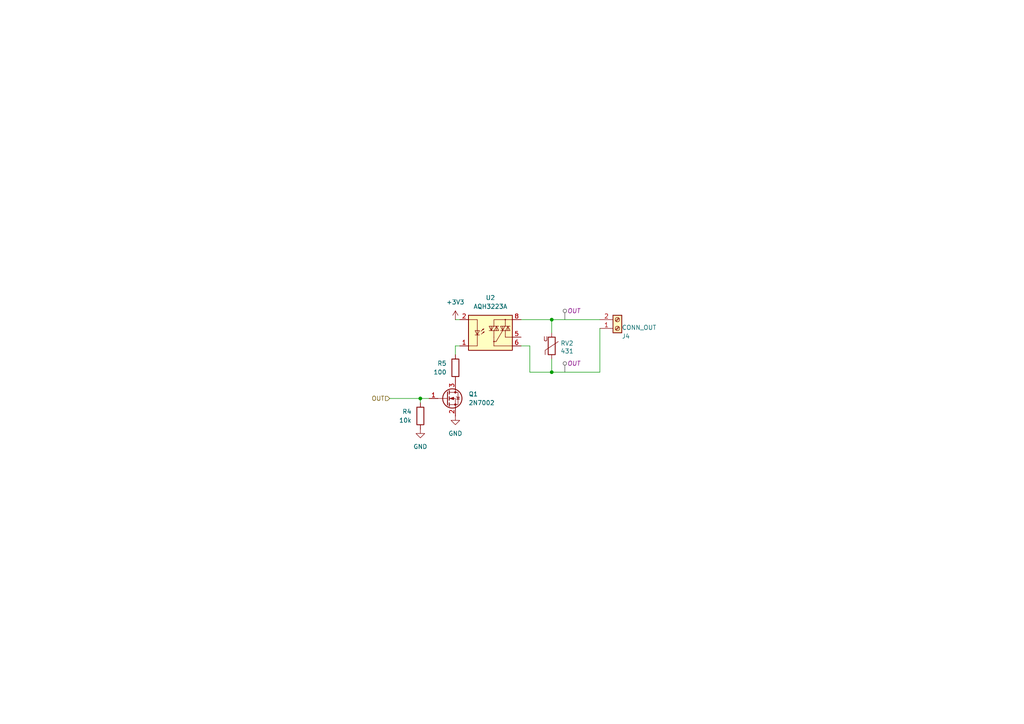
<source format=kicad_sch>
(kicad_sch (version 20231120) (generator "eeschema") (generator_version "8.0")
  (paper "A4")
  (title_block (title "ZigShutter") (date "2024-05-19") (company "Nicola Corna <nicola@corna.info>") (comment 1 "Licensed under CERN-OHL-S v2 or any later version"))
  (lib_symbols
    (symbol "Connector:Screw_Terminal_01x02" (pin_names (offset 1.016) hide)
      (property "Reference" "J" (at 0 2.54 0))
      (property "Value" "Screw_Terminal_01x02" (at 0 -5.08 0))
      (symbol "Screw_Terminal_01x02_1_1"
        (rectangle (start -1.27 1.27) (end 1.27 -3.81) (stroke (width 0.254)) (fill (type background)))
        (circle (center 0 -2.54) (radius 0.635) (stroke (width 0.1524)))
        (polyline (pts (xy -0.5334 -2.2098) (xy 0.3302 -3.048)) (stroke (width 0.1524)))
        (polyline (pts (xy -0.5334 0.3302) (xy 0.3302 -0.508)) (stroke (width 0.1524)))
        (polyline (pts (xy -0.3556 -2.032) (xy 0.508 -2.8702)) (stroke (width 0.1524)))
        (polyline (pts (xy -0.3556 0.508) (xy 0.508 -0.3302)) (stroke (width 0.1524)))
        (circle (center 0 0) (radius 0.635) (stroke (width 0.1524)))
        (pin passive line (at -5.08 0 0) (length 3.81) (name "Pin_1") (number "1"))
        (pin passive line (at -5.08 -2.54 0) (length 3.81) (name "Pin_2") (number "2"))
      )
    )
    (symbol "Device:R" (pin_numbers hide) (pin_names (offset 0))
      (property "Reference" "R" (at 2.032 0 90))
      (property "Value" "R" (at 0 0 90))
      (symbol "R_0_1"
        (rectangle (start -1.016 -2.54) (end 1.016 2.54) (stroke (width 0.254)))
      )
      (symbol "R_1_1"
        (pin passive line (at 0 3.81 270) (length 1.27) (name "~") (number "1"))
        (pin passive line (at 0 -3.81 90) (length 1.27) (name "~") (number "2"))
      )
    )
    (symbol "Device:Varistor" (pin_numbers hide) (pin_names (offset 0))
      (property "Reference" "RV" (at 3.175 0 90))
      (property "Value" "Varistor" (at -3.175 0 90))
      (symbol "Varistor_0_0"
        (text "U" (at -1.778 -2.032 0) (effects (font (size 1.27 1.27))))
      )
      (symbol "Varistor_0_1"
        (rectangle (start -1.016 -2.54) (end 1.016 2.54) (stroke (width 0.254)))
        (polyline (pts (xy -1.905 2.54) (xy -1.905 1.27) (xy 1.905 -1.27)))
      )
      (symbol "Varistor_1_1"
        (pin passive line (at 0 3.81 270) (length 1.27) (name "~") (number "1"))
        (pin passive line (at 0 -3.81 90) (length 1.27) (name "~") (number "2"))
      )
    )
    (symbol "Relay_SolidState:AQH3223A"
      (property "Reference" "U" (at -5.08 5.08 0))
      (property "Value" "AQH3223A" (at 0 5.08 0))
      (symbol "AQH3223A_1_1"
        (rectangle (start -7.62 3.81) (end 5.08 -6.35) (stroke (width 0.254)) (fill (type background)))
        (circle (center -0.254 -3.81) (radius 0.127))
        (polyline (pts (xy -5.715 -1.905) (xy -4.445 -1.905)))
        (polyline (pts (xy -5.08 -5.08) (xy -7.62 -5.08)))
        (polyline (pts (xy -5.08 -1.905) (xy -5.08 -5.08)))
        (polyline (pts (xy -5.08 -0.635) (xy -5.08 -1.905)))
        (polyline (pts (xy -5.08 -0.635) (xy -5.08 2.54)))
        (polyline (pts (xy -5.08 2.54) (xy -7.493 2.54)))
        (polyline (pts (xy -3.3782 -0.2794) (xy -4.0132 -0.8128)))
        (polyline (pts (xy -3.2512 -1.1176) (xy -3.8862 -1.651)))
        (polyline (pts (xy -1.016 -0.635) (xy -1.016 0.635)))
        (polyline (pts (xy -0.254 -3.81) (xy 0.381 -3.81)))
        (polyline (pts (xy -0.254 -2.54) (xy -0.254 -5.08)))
        (polyline (pts (xy -0.254 -2.54) (xy -0.254 -0.635)))
        (polyline (pts (xy 0.381 -3.81) (xy 2.286 -0.635)))
        (polyline (pts (xy 0.508 0.635) (xy 0.508 -0.635)))
        (polyline (pts (xy 2.286 -0.635) (xy 2.286 0.635)))
        (polyline (pts (xy 3.048 -2.54) (xy 5.08 -2.54)))
        (polyline (pts (xy 3.048 -0.635) (xy 3.048 -2.54)))
        (polyline (pts (xy 3.048 2.54) (xy 3.048 0.635)))
        (polyline (pts (xy 3.81 0.635) (xy 3.81 -0.635)))
        (polyline (pts (xy 5.08 -5.08) (xy -0.254 -5.08)))
        (polyline (pts (xy 5.08 2.54) (xy 3.048 2.54)))
        (polyline (pts (xy 3.048 2.54) (xy -0.254 2.54) (xy -0.254 0.635)))
        (polyline (pts (xy -5.08 -1.905) (xy -5.715 -0.635) (xy -4.445 -0.635) (xy -5.08 -1.905)))
        (polyline (pts (xy -3.556 -0.254) (xy -3.3782 -0.4318) (xy -3.1496 -0.1016) (xy -3.556 -0.254)))
        (polyline (pts (xy -3.429 -1.0922) (xy -3.2512 -1.27) (xy -3.0226 -0.9398) (xy -3.429 -1.0922)))
        (polyline (pts (xy -1.651 -0.635) (xy 1.143 -0.635) (xy 0.508 0.635) (xy -0.127 -0.635)))
        (polyline (pts (xy 1.143 0.635) (xy -1.651 0.635) (xy -1.016 -0.635) (xy -0.381 0.635)))
        (polyline (pts (xy 1.651 -0.635) (xy 4.445 -0.635) (xy 3.81 0.635) (xy 3.175 -0.635)))
        (polyline (pts (xy 4.445 0.635) (xy 1.651 0.635) (xy 2.286 -0.635) (xy 2.921 0.635)))
        (circle (center 3.048 2.54) (radius 0.127))
        (pin passive line (at -10.16 -5.08 0) (length 2.54) (name "~") (number "1"))
        (pin passive line (at -10.16 2.54 0) (length 2.54) (name "~") (number "2"))
        (pin passive line (at -10.16 -5.08 0) (length 2.54) hide (name "~") (number "3"))
        (pin passive line (at -10.16 -5.08 0) (length 2.54) hide (name "~") (number "4"))
        (pin passive line (at 7.62 -2.54 180) (length 2.54) (name "~") (number "5"))
        (pin passive line (at 7.62 -5.08 180) (length 2.54) (name "~") (number "6"))
        (pin passive line (at 7.62 2.54 180) (length 2.54) (name "~") (number "8"))
      )
    )
    (symbol "Transistor_FET:2N7002" (pin_names hide)
      (property "Reference" "Q" (at 5.08 1.905 0))
      (property "Value" "2N7002" (at 5.08 0 0))
      (symbol "2N7002_0_1"
        (polyline (pts (xy 0.254 0) (xy -2.54 0)))
        (polyline (pts (xy 0.254 1.905) (xy 0.254 -1.905)) (stroke (width 0.254)))
        (polyline (pts (xy 0.762 -1.27) (xy 0.762 -2.286)) (stroke (width 0.254)))
        (polyline (pts (xy 0.762 0.508) (xy 0.762 -0.508)) (stroke (width 0.254)))
        (polyline (pts (xy 0.762 2.286) (xy 0.762 1.27)) (stroke (width 0.254)))
        (polyline (pts (xy 2.54 2.54) (xy 2.54 1.778)))
        (polyline (pts (xy 2.54 -2.54) (xy 2.54 0) (xy 0.762 0)))
        (polyline (pts (xy 0.762 -1.778) (xy 3.302 -1.778) (xy 3.302 1.778) (xy 0.762 1.778)))
        (polyline (pts (xy 1.016 0) (xy 2.032 0.381) (xy 2.032 -0.381) (xy 1.016 0)) (fill (type outline)))
        (polyline (pts (xy 2.794 0.508) (xy 2.921 0.381) (xy 3.683 0.381) (xy 3.81 0.254)))
        (polyline (pts (xy 3.302 0.381) (xy 2.921 -0.254) (xy 3.683 -0.254) (xy 3.302 0.381)))
        (circle (center 1.651 0) (radius 2.794) (stroke (width 0.254)))
        (circle (center 2.54 -1.778) (radius 0.254) (fill (type outline)))
        (circle (center 2.54 1.778) (radius 0.254) (fill (type outline)))
      )
      (symbol "2N7002_1_1"
        (pin input line (at -5.08 0 0) (length 2.54) (name "G") (number "1"))
        (pin passive line (at 2.54 -5.08 90) (length 2.54) (name "S") (number "2"))
        (pin passive line (at 2.54 5.08 270) (length 2.54) (name "D") (number "3"))
      )
    )
    (symbol "power:+3V3" (power) (pin_numbers hide) (pin_names (offset 0) hide)
      (property "Value" "+3V3" (at 0 3.556 0))
      (symbol "+3V3_0_1"
        (polyline (pts (xy -0.762 1.27) (xy 0 2.54)))
        (polyline (pts (xy 0 0) (xy 0 2.54)))
        (polyline (pts (xy 0 2.54) (xy 0.762 1.27)))
      )
      (symbol "+3V3_1_1"
        (pin power_in line (at 0 0 90) (length 0) (name "~") (number "1"))
      )
    )
    (symbol "power:GND" (power) (pin_numbers hide) (pin_names (offset 0) hide)
      (property "Value" "GND" (at 0 -3.81 0))
      (symbol "GND_0_1"
        (polyline (pts (xy 0 0) (xy 0 -1.27) (xy 1.27 -1.27) (xy 0 -2.54) (xy -1.27 -1.27) (xy 0 -1.27)))
      )
      (symbol "GND_1_1"
        (pin power_in line (at 0 0 270) (length 0) (name "~") (number "1"))
      )
    )
  )
  (junction (at 160.02 92.71))
  (junction (at 160.02 107.95))
  (junction (at 121.92 115.57))
  (wire (pts (xy 121.92 116.84) (xy 121.92 115.57)))
  (wire (pts (xy 132.08 102.87) (xy 132.08 100.33)))
  (wire (pts (xy 113.03 115.57) (xy 121.92 115.57)))
  (wire (pts (xy 151.13 92.71) (xy 160.02 92.71)))
  (wire (pts (xy 153.67 100.33) (xy 153.67 107.95)))
  (wire (pts (xy 132.08 100.33) (xy 133.35 100.33)))
  (wire (pts (xy 151.13 100.33) (xy 153.67 100.33)))
  (wire (pts (xy 160.02 96.52) (xy 160.02 92.71)))
  (wire (pts (xy 160.02 107.95) (xy 173.99 107.95)))
  (wire (pts (xy 173.99 107.95) (xy 173.99 95.25)))
  (wire (pts (xy 153.67 107.95) (xy 160.02 107.95)))
  (wire (pts (xy 160.02 92.71) (xy 173.99 92.71)))
  (wire (pts (xy 132.08 92.71) (xy 133.35 92.71)))
  (wire (pts (xy 160.02 104.14) (xy 160.02 107.95)))
  (wire (pts (xy 124.46 115.57) (xy 121.92 115.57)))
  (hierarchical_label "OUT" (shape input) (at 113.03 115.57 180))
  (netclass_flag "" (length 2.54) (shape round) (at 163.83 107.95 0) (property "Netclass" "OUT" (at 164.5285 105.41 0) (effects (font (italic yes)) (justify left))))
  (netclass_flag "" (length 2.54) (shape round) (at 163.83 92.71 0) (property "Netclass" "OUT" (at 164.5285 90.17 0) (effects (font (italic yes)) (justify left))))
  (symbol (lib_id "Device:R") (at 121.92 120.65 0) (mirror x) (unit 1)
    (property "Reference" "R4" (at 119.38 119.3799 0) (effects (justify right)))
    (property "Value" "10k" (at 119.38 121.9199 0) (effects (justify right)))
    (property "Footprint" "Resistor_SMD:R_0603_1608Metric" (effects (hide yes)))
    (property "Description" "Resistor" (effects (hide yes)))
    (instances (project "ZigShutter" (path "" (reference "R4") (unit 1)) (path "" (reference "R7") (unit 1))))
  )
  (symbol (lib_id "Connector:Screw_Terminal_01x02") (at 179.07 95.25 0) (mirror x) (unit 1)
    (property "Reference" "J4" (at 180.34 97.536 0) (effects (justify left)))
    (property "Value" "CONN_OUT" (at 180.34 94.996 0) (effects (justify left)))
    (property "Footprint" "TerminalBlock_Phoenix:TerminalBlock_Phoenix_MKDS-1,5-2_1x02_P5.00mm_Horizontal" (effects (hide yes)))
    (property "Description" "Generic screw terminal, single row, 01x02, script generated (kicad-library-utils/schlib/autogen/connector/)" (effects (hide yes)))
    (instances (project "ZigShutter" (path "" (reference "J4") (unit 1)) (path "" (reference "J8") (unit 1))))
  )
  (symbol (lib_id "power:+3V3") (at 132.08 92.71 0) (unit 1)
    (property "Reference" "#PWR017" (effects (hide yes)))
    (property "Value" "+3V3" (at 132.08 87.63 0))
    (property "Description" "Power symbol creates a global label with name \"+3V3\"" (effects (hide yes)))
    (instances (project "ZigShutter" (path "" (reference "#PWR017") (unit 1)) (path "" (reference "#PWR020") (unit 1))))
  )
  (symbol (lib_id "Transistor_FET:2N7002") (at 129.54 115.57 0) (unit 1)
    (property "Reference" "Q1" (at 135.89 114.2999 0) (effects (justify left)))
    (property "Value" "2N7002" (at 135.89 116.8399 0) (effects (justify left)))
    (property "Footprint" "Package_TO_SOT_SMD:SOT-23" (effects (hide yes)))
    (property "Datasheet" "https://www.onsemi.com/pub/Collateral/NDS7002A-D.PDF" (effects (hide yes)))
    (property "Description" "0.115A Id, 60V Vds, N-Channel MOSFET, SOT-23" (effects (hide yes)))
    (instances (project "ZigShutter" (path "" (reference "Q1") (unit 1)) (path "" (reference "Q2") (unit 1))))
  )
  (symbol (lib_id "power:GND") (at 132.08 120.65 0) (unit 1)
    (property "Reference" "#PWR018" (effects (hide yes)))
    (property "Value" "GND" (at 132.08 125.73 0))
    (property "Description" "Power symbol creates a global label with name \"GND\" , ground" (effects (hide yes)))
    (instances (project "ZigShutter" (path "" (reference "#PWR018") (unit 1)) (path "" (reference "#PWR021") (unit 1))))
  )
  (symbol (lib_id "Device:R") (at 132.08 106.68 0) (mirror x) (unit 1)
    (property "Reference" "R5" (at 129.54 105.4099 0) (effects (justify right)))
    (property "Value" "100" (at 129.54 107.9499 0) (effects (justify right)))
    (property "Footprint" "Resistor_SMD:R_0603_1608Metric" (effects (hide yes)))
    (property "Description" "Resistor" (effects (hide yes)))
    (instances (project "ZigShutter" (path "" (reference "R5") (unit 1)) (path "" (reference "R8") (unit 1))))
  )
  (symbol (lib_id "Relay_SolidState:AQH3223A") (at 143.51 95.25 0) (unit 1)
    (property "Reference" "U2" (at 142.24 86.36 0))
    (property "Value" "AQH3223A" (at 142.24 88.9 0))
    (property "Footprint" "Package_SO:SSO-7-8_6.4x9.78mm_P2.54mm" (effects (hide yes)))
    (property "Datasheet" "https://b2b-api.panasonic.eu/file_stream/pids/fileversion/2787" (effects (hide yes)))
    (property "Description" "Random Phase Opto-Triac, Vdrm 600V, Ift 10mA, IT 1.2A, SOIC-7" (effects (hide yes)))
    (instances (project "ZigShutter" (path "" (reference "U2") (unit 1)) (path "" (reference "U3") (unit 1))))
  )
  (symbol (lib_id "Device:Varistor") (at 160.02 100.33 0) (mirror x) (unit 1)
    (property "Reference" "RV2" (at 162.56 99.568 0) (effects (justify left)))
    (property "Value" "431" (at 162.56 101.854 0) (effects (justify left)))
    (property "Footprint" "local_footprints:RV_3225" (effects (hide yes)))
    (property "Description" "Voltage dependent resistor" (effects (hide yes)))
    (property "Sim.Name" "kicad_builtin_varistor" (effects (hide yes)))
    (property "Sim.Device" "SUBCKT" (effects (hide yes)))
    (property "Sim.Pins" "1=A 2=B" (effects (hide yes)))
    (property "Sim.Params" "threshold=1k" (effects (hide yes)))
    (property "Sim.Library" "${KICAD7_SYMBOL_DIR}/Simulation_SPICE.sp" (effects (hide yes)))
    (instances (project "ZigShutter" (path "" (reference "RV2") (unit 1)) (path "" (reference "RV3") (unit 1))))
  )
  (symbol (lib_id "power:GND") (at 121.92 124.46 0) (unit 1)
    (property "Reference" "#PWR016" (effects (hide yes)))
    (property "Value" "GND" (at 121.92 129.54 0))
    (property "Description" "Power symbol creates a global label with name \"GND\" , ground" (effects (hide yes)))
    (instances (project "ZigShutter" (path "" (reference "#PWR016") (unit 1)) (path "" (reference "#PWR019") (unit 1))))
  )
)
</source>
